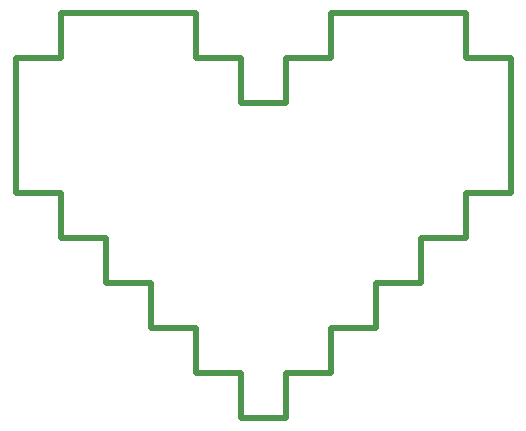
<source format=gbr>
G04 ( created by brdgerber.py ( brdgerber.py v0.1 2014-03-12 ) ) date 2015-06-11 19:44:34 EDT*
G04 Gerber Fmt 3.4, Leading zero omitted, Abs format*
%MOIN*%
%FSLAX34Y34*%
G01*
G70*
G90*
G04 APERTURE LIST*
%ADD12C,0.0000*%
%ADD13C,0.0032*%
%ADD10C,0.0640*%
%ADD24R,0.0550X0.0350*%
%ADD11C,0.0040*%
%ADD20R,0.0787X0.0177*%
%ADD21C,0.0080*%
%ADD29C,0.0472*%
%ADD18C,0.0039*%
%ADD14C,0.0050*%
%ADD15C,0.0059*%
%ADD22C,0.0060*%
%ADD26R,0.3000X0.3000*%
%ADD28C,0.0100*%
%ADD16R,0.0350X0.0550*%
%ADD23C,0.0200*%
%ADD17C,0.0043*%
%ADD27R,0.0800X0.0600*%
%ADD25R,0.2000X0.2000*%
%ADD19R,0.0177X0.0787*%
G04 APERTURE END LIST*
G54D12*
D23*
G01X26500Y-15000D02*
G01X28000Y-15000D01*
D23*
G01X26500Y-13500D02*
G01X26500Y-15000D01*
D23*
G01X34000Y-07500D02*
G01X35500Y-07500D01*
D23*
G01X34000Y-09000D02*
G01X34000Y-07500D01*
D23*
G01X32500Y-09000D02*
G01X34000Y-09000D01*
D23*
G01X29500Y-12000D02*
G01X31000Y-12000D01*
D23*
G01X31000Y-12000D02*
G01X31000Y-10500D01*
D23*
G01X28000Y-13500D02*
G01X29500Y-13500D01*
D23*
G01X29500Y-13500D02*
G01X29500Y-12000D01*
D23*
G01X32500Y-10500D02*
G01X32500Y-09000D01*
D23*
G01X31000Y-10500D02*
G01X32500Y-10500D01*
D23*
G01X28000Y-15000D02*
G01X28000Y-13500D01*
D23*
G01X35500Y-07500D02*
G01X35500Y-06000D01*
D23*
G01X35500Y-06000D02*
G01X35500Y-04500D01*
D23*
G01X35500Y-04500D02*
G01X35500Y-03000D01*
D23*
G01X35500Y-03000D02*
G01X34000Y-03000D01*
D23*
G01X34000Y-03000D02*
G01X34000Y-01500D01*
D23*
G01X34000Y-01500D02*
G01X32500Y-01500D01*
D23*
G01X32500Y-01500D02*
G01X31000Y-01500D01*
D23*
G01X31000Y-01500D02*
G01X29500Y-01500D01*
D23*
G01X29500Y-01500D02*
G01X29500Y-03000D01*
D23*
G01X29500Y-03000D02*
G01X28000Y-03000D01*
D23*
G01X28000Y-03000D02*
G01X28000Y-04500D01*
D23*
G01X28000Y-04500D02*
G01X26500Y-04500D01*
D23*
G01X26500Y-04500D02*
G01X26500Y-03000D01*
D23*
G01X26500Y-03000D02*
G01X25000Y-03000D01*
D23*
G01X25000Y-03000D02*
G01X25000Y-01500D01*
D23*
G01X25000Y-01500D02*
G01X23500Y-01500D01*
D23*
G01X23500Y-01500D02*
G01X22000Y-01500D01*
D23*
G01X22000Y-01500D02*
G01X20500Y-01500D01*
D23*
G01X20500Y-01500D02*
G01X20500Y-03000D01*
D23*
G01X20500Y-03000D02*
G01X19000Y-03000D01*
D23*
G01X19000Y-03000D02*
G01X19000Y-04500D01*
D23*
G01X19000Y-04500D02*
G01X19000Y-06000D01*
D23*
G01X19000Y-06000D02*
G01X19000Y-07500D01*
D23*
G01X19000Y-07500D02*
G01X20500Y-07500D01*
D23*
G01X20500Y-07500D02*
G01X20500Y-09000D01*
D23*
G01X20500Y-09000D02*
G01X22000Y-09000D01*
D23*
G01X22000Y-09000D02*
G01X22000Y-10500D01*
D23*
G01X22000Y-10500D02*
G01X23500Y-10500D01*
D23*
G01X23500Y-10500D02*
G01X23500Y-12000D01*
D23*
G01X23500Y-12000D02*
G01X25000Y-12000D01*
D23*
G01X25000Y-12000D02*
G01X25000Y-13500D01*
D23*
G01X25000Y-13500D02*
G01X26500Y-13500D01*
M02*

</source>
